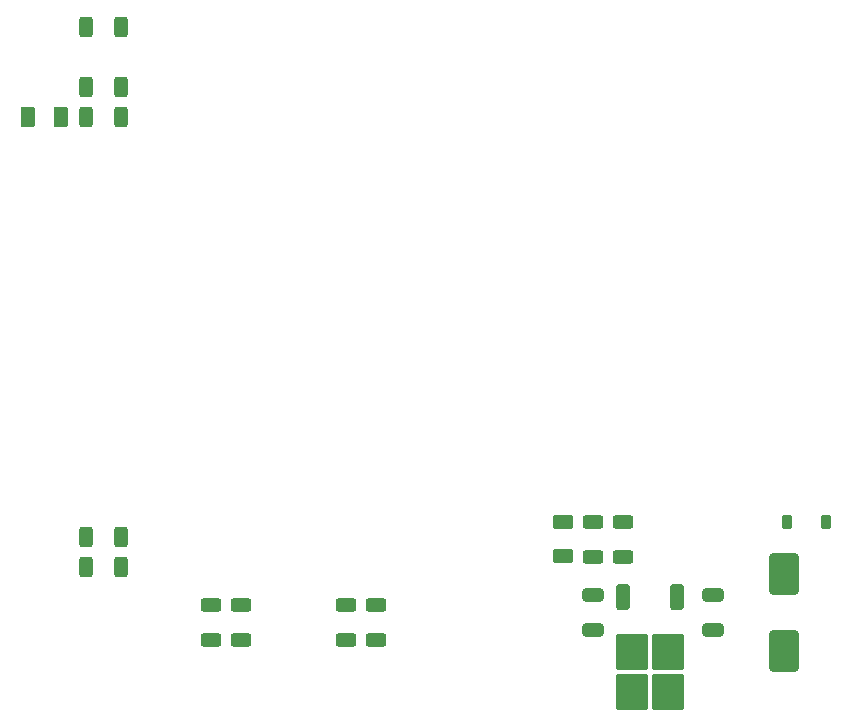
<source format=gtp>
%TF.GenerationSoftware,KiCad,Pcbnew,7.0.5*%
%TF.CreationDate,2023-06-21T21:20:56+02:00*%
%TF.ProjectId,moduleDriver,6d6f6475-6c65-4447-9269-7665722e6b69,rev?*%
%TF.SameCoordinates,Original*%
%TF.FileFunction,Paste,Top*%
%TF.FilePolarity,Positive*%
%FSLAX46Y46*%
G04 Gerber Fmt 4.6, Leading zero omitted, Abs format (unit mm)*
G04 Created by KiCad (PCBNEW 7.0.5) date 2023-06-21 21:20:56*
%MOMM*%
%LPD*%
G01*
G04 APERTURE LIST*
G04 Aperture macros list*
%AMRoundRect*
0 Rectangle with rounded corners*
0 $1 Rounding radius*
0 $2 $3 $4 $5 $6 $7 $8 $9 X,Y pos of 4 corners*
0 Add a 4 corners polygon primitive as box body*
4,1,4,$2,$3,$4,$5,$6,$7,$8,$9,$2,$3,0*
0 Add four circle primitives for the rounded corners*
1,1,$1+$1,$2,$3*
1,1,$1+$1,$4,$5*
1,1,$1+$1,$6,$7*
1,1,$1+$1,$8,$9*
0 Add four rect primitives between the rounded corners*
20,1,$1+$1,$2,$3,$4,$5,0*
20,1,$1+$1,$4,$5,$6,$7,0*
20,1,$1+$1,$6,$7,$8,$9,0*
20,1,$1+$1,$8,$9,$2,$3,0*%
G04 Aperture macros list end*
%ADD10RoundRect,0.250000X0.625000X-0.312500X0.625000X0.312500X-0.625000X0.312500X-0.625000X-0.312500X0*%
%ADD11RoundRect,0.250000X-0.650000X0.325000X-0.650000X-0.325000X0.650000X-0.325000X0.650000X0.325000X0*%
%ADD12RoundRect,0.250000X-0.312500X-0.625000X0.312500X-0.625000X0.312500X0.625000X-0.312500X0.625000X0*%
%ADD13RoundRect,0.225000X-0.225000X-0.375000X0.225000X-0.375000X0.225000X0.375000X-0.225000X0.375000X0*%
%ADD14RoundRect,0.250000X-0.625000X0.312500X-0.625000X-0.312500X0.625000X-0.312500X0.625000X0.312500X0*%
%ADD15RoundRect,0.250000X-0.350000X0.850000X-0.350000X-0.850000X0.350000X-0.850000X0.350000X0.850000X0*%
%ADD16RoundRect,0.250000X-1.125000X1.275000X-1.125000X-1.275000X1.125000X-1.275000X1.125000X1.275000X0*%
%ADD17RoundRect,0.250000X0.625000X-0.375000X0.625000X0.375000X-0.625000X0.375000X-0.625000X-0.375000X0*%
%ADD18RoundRect,0.250000X-0.375000X-0.625000X0.375000X-0.625000X0.375000X0.625000X-0.375000X0.625000X0*%
%ADD19RoundRect,0.250000X-1.000000X1.500000X-1.000000X-1.500000X1.000000X-1.500000X1.000000X1.500000X0*%
%ADD20RoundRect,0.250000X0.312500X0.625000X-0.312500X0.625000X-0.312500X-0.625000X0.312500X-0.625000X0*%
G04 APERTURE END LIST*
D10*
X107315000Y-118110000D03*
X107315000Y-121035000D03*
X77470000Y-125095000D03*
X77470000Y-128020000D03*
D11*
X107315000Y-127205000D03*
X107315000Y-124255000D03*
D12*
X67310000Y-121920000D03*
X64385000Y-121920000D03*
X67310000Y-81280000D03*
X64385000Y-81280000D03*
D13*
X127000000Y-118110000D03*
X123700000Y-118110000D03*
D14*
X109855000Y-121035000D03*
X109855000Y-118110000D03*
D10*
X88900000Y-125095000D03*
X88900000Y-128020000D03*
D15*
X109855000Y-124460000D03*
D16*
X110610000Y-132435000D03*
X113660000Y-132435000D03*
X110610000Y-129085000D03*
X113660000Y-129085000D03*
D15*
X114415000Y-124460000D03*
D12*
X67310000Y-76200000D03*
X64385000Y-76200000D03*
D17*
X104775000Y-118110000D03*
X104775000Y-120910000D03*
D18*
X62230000Y-83820000D03*
X59430000Y-83820000D03*
D19*
X123444000Y-128980000D03*
X123444000Y-122480000D03*
D10*
X74930000Y-125095000D03*
X74930000Y-128020000D03*
D12*
X67310000Y-119380000D03*
X64385000Y-119380000D03*
D20*
X64385000Y-83820000D03*
X67310000Y-83820000D03*
D11*
X117475000Y-127205000D03*
X117475000Y-124255000D03*
D10*
X86360000Y-125095000D03*
X86360000Y-128020000D03*
M02*

</source>
